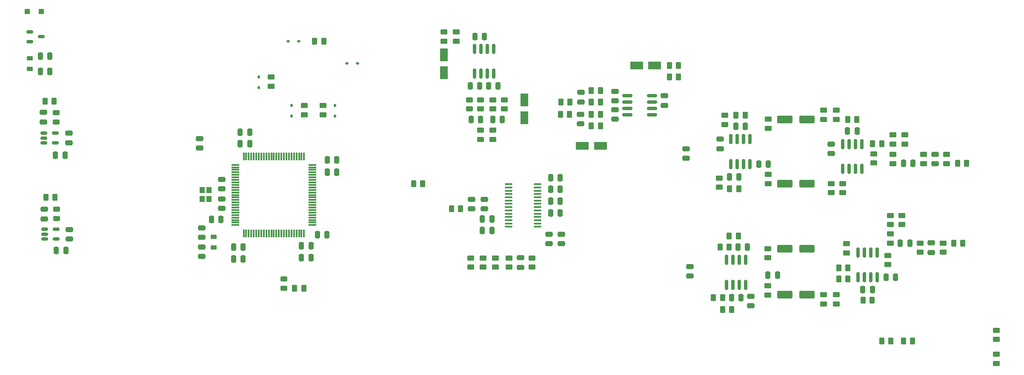
<source format=gbr>
%TF.GenerationSoftware,KiCad,Pcbnew,8.0.6-8.0.6-0~ubuntu22.04.1*%
%TF.CreationDate,2024-11-10T19:06:55-05:00*%
%TF.ProjectId,multi-band-equalizer,6d756c74-692d-4626-916e-642d65717561,rev?*%
%TF.SameCoordinates,Original*%
%TF.FileFunction,Paste,Top*%
%TF.FilePolarity,Positive*%
%FSLAX46Y46*%
G04 Gerber Fmt 4.6, Leading zero omitted, Abs format (unit mm)*
G04 Created by KiCad (PCBNEW 8.0.6-8.0.6-0~ubuntu22.04.1) date 2024-11-10 19:06:55*
%MOMM*%
%LPD*%
G01*
G04 APERTURE LIST*
G04 Aperture macros list*
%AMRoundRect*
0 Rectangle with rounded corners*
0 $1 Rounding radius*
0 $2 $3 $4 $5 $6 $7 $8 $9 X,Y pos of 4 corners*
0 Add a 4 corners polygon primitive as box body*
4,1,4,$2,$3,$4,$5,$6,$7,$8,$9,$2,$3,0*
0 Add four circle primitives for the rounded corners*
1,1,$1+$1,$2,$3*
1,1,$1+$1,$4,$5*
1,1,$1+$1,$6,$7*
1,1,$1+$1,$8,$9*
0 Add four rect primitives between the rounded corners*
20,1,$1+$1,$2,$3,$4,$5,0*
20,1,$1+$1,$4,$5,$6,$7,0*
20,1,$1+$1,$6,$7,$8,$9,0*
20,1,$1+$1,$8,$9,$2,$3,0*%
G04 Aperture macros list end*
%ADD10RoundRect,0.250000X0.262500X0.450000X-0.262500X0.450000X-0.262500X-0.450000X0.262500X-0.450000X0*%
%ADD11RoundRect,0.250000X0.450000X-0.262500X0.450000X0.262500X-0.450000X0.262500X-0.450000X-0.262500X0*%
%ADD12RoundRect,0.250000X-0.262500X-0.450000X0.262500X-0.450000X0.262500X0.450000X-0.262500X0.450000X0*%
%ADD13RoundRect,0.250000X0.250000X0.475000X-0.250000X0.475000X-0.250000X-0.475000X0.250000X-0.475000X0*%
%ADD14RoundRect,0.250000X-0.475000X0.250000X-0.475000X-0.250000X0.475000X-0.250000X0.475000X0.250000X0*%
%ADD15RoundRect,0.250000X-0.250000X-0.475000X0.250000X-0.475000X0.250000X0.475000X-0.250000X0.475000X0*%
%ADD16RoundRect,0.250000X-0.450000X0.262500X-0.450000X-0.262500X0.450000X-0.262500X0.450000X0.262500X0*%
%ADD17RoundRect,0.150000X0.150000X-0.825000X0.150000X0.825000X-0.150000X0.825000X-0.150000X-0.825000X0*%
%ADD18RoundRect,0.250000X0.475000X-0.250000X0.475000X0.250000X-0.475000X0.250000X-0.475000X-0.250000X0*%
%ADD19RoundRect,0.150000X-0.512500X-0.150000X0.512500X-0.150000X0.512500X0.150000X-0.512500X0.150000X0*%
%ADD20RoundRect,0.250000X-0.550000X1.050000X-0.550000X-1.050000X0.550000X-1.050000X0.550000X1.050000X0*%
%ADD21RoundRect,0.250000X-1.250000X-0.550000X1.250000X-0.550000X1.250000X0.550000X-1.250000X0.550000X0*%
%ADD22RoundRect,0.112500X0.187500X0.112500X-0.187500X0.112500X-0.187500X-0.112500X0.187500X-0.112500X0*%
%ADD23RoundRect,0.150000X-0.150000X0.825000X-0.150000X-0.825000X0.150000X-0.825000X0.150000X0.825000X0*%
%ADD24RoundRect,0.218750X-0.381250X0.218750X-0.381250X-0.218750X0.381250X-0.218750X0.381250X0.218750X0*%
%ADD25RoundRect,0.112500X-0.187500X-0.112500X0.187500X-0.112500X0.187500X0.112500X-0.187500X0.112500X0*%
%ADD26RoundRect,0.243750X-0.456250X0.243750X-0.456250X-0.243750X0.456250X-0.243750X0.456250X0.243750X0*%
%ADD27R,1.000000X1.150000*%
%ADD28RoundRect,0.112500X-0.112500X0.187500X-0.112500X-0.187500X0.112500X-0.187500X0.112500X0.187500X0*%
%ADD29RoundRect,0.250000X-1.050000X-0.550000X1.050000X-0.550000X1.050000X0.550000X-1.050000X0.550000X0*%
%ADD30RoundRect,0.243750X0.456250X-0.243750X0.456250X0.243750X-0.456250X0.243750X-0.456250X-0.243750X0*%
%ADD31RoundRect,0.250000X0.550000X-1.050000X0.550000X1.050000X-0.550000X1.050000X-0.550000X-1.050000X0*%
%ADD32RoundRect,0.150000X-0.825000X-0.150000X0.825000X-0.150000X0.825000X0.150000X-0.825000X0.150000X0*%
%ADD33RoundRect,0.075000X-0.725000X-0.075000X0.725000X-0.075000X0.725000X0.075000X-0.725000X0.075000X0*%
%ADD34RoundRect,0.075000X-0.075000X-0.725000X0.075000X-0.725000X0.075000X0.725000X-0.075000X0.725000X0*%
%ADD35RoundRect,0.100000X-0.637500X-0.100000X0.637500X-0.100000X0.637500X0.100000X-0.637500X0.100000X0*%
%ADD36RoundRect,0.250000X-0.300000X-0.300000X0.300000X-0.300000X0.300000X0.300000X-0.300000X0.300000X0*%
%ADD37RoundRect,0.250000X1.050000X0.550000X-1.050000X0.550000X-1.050000X-0.550000X1.050000X-0.550000X0*%
G04 APERTURE END LIST*
D10*
%TO.C,R18*%
X214652500Y-188162500D03*
X212827500Y-188162500D03*
%TD*%
D11*
%TO.C,R62*%
X371520000Y-206392500D03*
X371520000Y-204567500D03*
%TD*%
D12*
%TO.C,R10*%
X262487500Y-225430000D03*
X264312500Y-225430000D03*
%TD*%
D13*
%TO.C,C16*%
X301705000Y-213925000D03*
X299805000Y-213925000D03*
%TD*%
D11*
%TO.C,R8*%
X297505000Y-221225000D03*
X297505000Y-219400000D03*
%TD*%
D14*
%TO.C,C64*%
X340320000Y-197630000D03*
X340320000Y-199530000D03*
%TD*%
D13*
%TO.C,C7*%
X252230000Y-219630000D03*
X250330000Y-219630000D03*
%TD*%
D15*
%TO.C,C46*%
X380135000Y-223245000D03*
X382035000Y-223245000D03*
%TD*%
D11*
%TO.C,R72*%
X301910016Y-195782500D03*
X301910016Y-193957500D03*
%TD*%
D16*
%TO.C,R67*%
X348095000Y-190982500D03*
X348095000Y-192807500D03*
%TD*%
D15*
%TO.C,C30*%
X211890000Y-179240000D03*
X213790000Y-179240000D03*
%TD*%
D10*
%TO.C,R5*%
X295517500Y-209610000D03*
X293692500Y-209610000D03*
%TD*%
D14*
%TO.C,C79*%
X326220000Y-189835000D03*
X326220000Y-191735000D03*
%TD*%
D16*
%TO.C,R63*%
X356720000Y-202767500D03*
X356720000Y-204592500D03*
%TD*%
D17*
%TO.C,U9*%
X298310000Y-182685000D03*
X299580000Y-182685000D03*
X300850000Y-182685000D03*
X302120000Y-182685000D03*
X302120000Y-177735000D03*
X300850000Y-177735000D03*
X299580000Y-177735000D03*
X298310000Y-177735000D03*
%TD*%
D15*
%TO.C,C15*%
X313430000Y-208040000D03*
X315330000Y-208040000D03*
%TD*%
D11*
%TO.C,R35*%
X386955000Y-218270000D03*
X386955000Y-216445000D03*
%TD*%
%TO.C,R47*%
X369220000Y-206392500D03*
X369220000Y-204567500D03*
%TD*%
D18*
%TO.C,C1*%
X247947500Y-205625000D03*
X247947500Y-203725000D03*
%TD*%
D19*
%TO.C,Q1*%
X209790000Y-174400000D03*
X209790000Y-176300000D03*
X212065000Y-175350000D03*
%TD*%
D18*
%TO.C,C57*%
X341120000Y-222980000D03*
X341120000Y-221080000D03*
%TD*%
D14*
%TO.C,C76*%
X336020000Y-187085000D03*
X336020000Y-188985000D03*
%TD*%
D10*
%TO.C,R15*%
X381102500Y-235910000D03*
X379277500Y-235910000D03*
%TD*%
D11*
%TO.C,R39*%
X367720000Y-228542500D03*
X367720000Y-226717500D03*
%TD*%
D12*
%TO.C,R60*%
X349020000Y-205580000D03*
X350845000Y-205580000D03*
%TD*%
D20*
%TO.C,C74*%
X308170000Y-187910000D03*
X308170000Y-191510000D03*
%TD*%
D21*
%TO.C,C60*%
X360020000Y-226730000D03*
X364420000Y-226730000D03*
%TD*%
D14*
%TO.C,C28*%
X217665000Y-213712500D03*
X217665000Y-215612500D03*
%TD*%
D15*
%TO.C,C68*%
X297562508Y-191825000D03*
X299462508Y-191825000D03*
%TD*%
D14*
%TO.C,C56*%
X353220000Y-227030000D03*
X353220000Y-228930000D03*
%TD*%
D12*
%TO.C,R82*%
X337007500Y-183385000D03*
X338832500Y-183385000D03*
%TD*%
%TO.C,R80*%
X315345000Y-190802508D03*
X317170000Y-190802508D03*
%TD*%
D14*
%TO.C,C18*%
X297680000Y-207710000D03*
X297680000Y-209610000D03*
%TD*%
D15*
%TO.C,C29*%
X215077500Y-217912500D03*
X216977500Y-217912500D03*
%TD*%
D17*
%TO.C,U8*%
X349205000Y-200680000D03*
X350475000Y-200680000D03*
X351745000Y-200680000D03*
X353015000Y-200680000D03*
X353015000Y-195730000D03*
X351745000Y-195730000D03*
X350475000Y-195730000D03*
X349205000Y-195730000D03*
%TD*%
D13*
%TO.C,C61*%
X350870000Y-203280000D03*
X348970000Y-203280000D03*
%TD*%
D14*
%TO.C,C63*%
X347085000Y-195730000D03*
X347085000Y-197630000D03*
%TD*%
D11*
%TO.C,R43*%
X381470000Y-200592500D03*
X381470000Y-198767500D03*
%TD*%
D13*
%TO.C,C73*%
X303802508Y-191815000D03*
X301902508Y-191815000D03*
%TD*%
D12*
%TO.C,R76*%
X321495000Y-186022508D03*
X323320000Y-186022508D03*
%TD*%
D15*
%TO.C,C14*%
X313430000Y-210440000D03*
X315330000Y-210440000D03*
%TD*%
D16*
%TO.C,R4*%
X257840000Y-183375000D03*
X257840000Y-185200000D03*
%TD*%
D11*
%TO.C,R30*%
X380955000Y-212747500D03*
X380955000Y-210922500D03*
%TD*%
D18*
%TO.C,C52*%
X389870000Y-200630000D03*
X389870000Y-198730000D03*
%TD*%
D16*
%TO.C,R31*%
X383235000Y-210917500D03*
X383235000Y-212742500D03*
%TD*%
D13*
%TO.C,C10*%
X247850000Y-211675000D03*
X245950000Y-211675000D03*
%TD*%
D15*
%TO.C,C53*%
X372475000Y-194080000D03*
X374375000Y-194080000D03*
%TD*%
D19*
%TO.C,U3*%
X212777500Y-213700000D03*
X212777500Y-214650000D03*
X212777500Y-215600000D03*
X215052500Y-215600000D03*
X215052500Y-213700000D03*
%TD*%
D11*
%TO.C,R70*%
X299462508Y-189725000D03*
X299462508Y-187900000D03*
%TD*%
D21*
%TO.C,C62*%
X360020000Y-204580000D03*
X364420000Y-204580000D03*
%TD*%
D15*
%TO.C,C34*%
X214915000Y-198912500D03*
X216815000Y-198912500D03*
%TD*%
D22*
%TO.C,D2*%
X263315000Y-176237500D03*
X261215000Y-176237500D03*
%TD*%
D16*
%TO.C,R66*%
X356720000Y-191767500D03*
X356720000Y-193592500D03*
%TD*%
D14*
%TO.C,C2*%
X247947500Y-207625000D03*
X247947500Y-209525000D03*
%TD*%
D11*
%TO.C,R71*%
X292215000Y-176222500D03*
X292215000Y-174397500D03*
%TD*%
%TO.C,R41*%
X381470000Y-196692500D03*
X381470000Y-194867500D03*
%TD*%
D16*
%TO.C,R3*%
X268102500Y-189025000D03*
X268102500Y-190850000D03*
%TD*%
D13*
%TO.C,C49*%
X377415000Y-225700000D03*
X375515000Y-225700000D03*
%TD*%
D12*
%TO.C,R16*%
X383607500Y-235920000D03*
X385432500Y-235920000D03*
%TD*%
D23*
%TO.C,U7*%
X352225000Y-219780000D03*
X350955000Y-219780000D03*
X349685000Y-219780000D03*
X348415000Y-219780000D03*
X348415000Y-224730000D03*
X349685000Y-224730000D03*
X350955000Y-224730000D03*
X352225000Y-224730000D03*
%TD*%
D24*
%TO.C,FB1*%
X246340000Y-215187500D03*
X246340000Y-217312500D03*
%TD*%
D12*
%TO.C,R49*%
X377457500Y-196680000D03*
X379282500Y-196680000D03*
%TD*%
D16*
%TO.C,R2*%
X264365000Y-189025000D03*
X264365000Y-190850000D03*
%TD*%
D14*
%TO.C,C33*%
X217590000Y-194562500D03*
X217590000Y-196462500D03*
%TD*%
%TO.C,C48*%
X389155000Y-216407500D03*
X389155000Y-218307500D03*
%TD*%
D11*
%TO.C,R17*%
X402080000Y-235632500D03*
X402080000Y-233807500D03*
%TD*%
%TO.C,R75*%
X304210016Y-189727500D03*
X304210016Y-187902500D03*
%TD*%
D25*
%TO.C,D1*%
X272912500Y-180610000D03*
X275012500Y-180610000D03*
%TD*%
D13*
%TO.C,C17*%
X301705000Y-211625000D03*
X299805000Y-211625000D03*
%TD*%
D16*
%TO.C,R9*%
X309705000Y-219387500D03*
X309705000Y-221212500D03*
%TD*%
%TO.C,R48*%
X377670000Y-198667500D03*
X377670000Y-200492500D03*
%TD*%
D10*
%TO.C,R40*%
X377377500Y-227800000D03*
X375552500Y-227800000D03*
%TD*%
D13*
%TO.C,C47*%
X384855000Y-216445000D03*
X382955000Y-216445000D03*
%TD*%
D26*
%TO.C,D9*%
X215040000Y-190487500D03*
X215040000Y-192362500D03*
%TD*%
D13*
%TO.C,C65*%
X356720000Y-200680000D03*
X354820000Y-200680000D03*
%TD*%
D15*
%TO.C,C26*%
X268940000Y-202350000D03*
X270840000Y-202350000D03*
%TD*%
D11*
%TO.C,R65*%
X370225000Y-191792500D03*
X370225000Y-189967500D03*
%TD*%
D12*
%TO.C,R51*%
X372512500Y-191805000D03*
X374337500Y-191805000D03*
%TD*%
D10*
%TO.C,R33*%
X395417500Y-216445000D03*
X393592500Y-216445000D03*
%TD*%
D16*
%TO.C,R14*%
X402080000Y-238587500D03*
X402080000Y-240412500D03*
%TD*%
D14*
%TO.C,C22*%
X315520000Y-214640000D03*
X315520000Y-216540000D03*
%TD*%
D27*
%TO.C,Y1*%
X244047500Y-205875000D03*
X244047500Y-207625000D03*
X245447500Y-207625000D03*
X245447500Y-205875000D03*
%TD*%
D12*
%TO.C,R77*%
X315445000Y-188322508D03*
X317270000Y-188322508D03*
%TD*%
D28*
%TO.C,D5*%
X255315000Y-183387500D03*
X255315000Y-185487500D03*
%TD*%
D13*
%TO.C,C66*%
X352120000Y-193180000D03*
X350220000Y-193180000D03*
%TD*%
D16*
%TO.C,R50*%
X367725000Y-189967500D03*
X367725000Y-191792500D03*
%TD*%
D12*
%TO.C,R83*%
X321487500Y-193102508D03*
X323312500Y-193102508D03*
%TD*%
D18*
%TO.C,C13*%
X243565000Y-197500000D03*
X243565000Y-195600000D03*
%TD*%
D26*
%TO.C,D7*%
X215102500Y-209675000D03*
X215102500Y-211550000D03*
%TD*%
D11*
%TO.C,R34*%
X391455000Y-218270000D03*
X391455000Y-216445000D03*
%TD*%
D28*
%TO.C,D3*%
X261840000Y-189025000D03*
X261840000Y-191125000D03*
%TD*%
D14*
%TO.C,C21*%
X313120000Y-214640000D03*
X313120000Y-216540000D03*
%TD*%
D11*
%TO.C,R73*%
X301910016Y-189722500D03*
X301910016Y-187897500D03*
%TD*%
D15*
%TO.C,C3*%
X251640000Y-194350000D03*
X253540000Y-194350000D03*
%TD*%
D21*
%TO.C,C67*%
X360020000Y-191780000D03*
X364420000Y-191780000D03*
%TD*%
D11*
%TO.C,R32*%
X380955000Y-216447500D03*
X380955000Y-214622500D03*
%TD*%
D13*
%TO.C,C24*%
X315330000Y-203440000D03*
X313430000Y-203440000D03*
%TD*%
D11*
%TO.C,R61*%
X346935000Y-205317500D03*
X346935000Y-203492500D03*
%TD*%
%TO.C,R68*%
X297272508Y-189717500D03*
X297272508Y-187892500D03*
%TD*%
D15*
%TO.C,C58*%
X356620000Y-222830000D03*
X358520000Y-222830000D03*
%TD*%
D14*
%TO.C,C12*%
X243990000Y-217225000D03*
X243990000Y-219125000D03*
%TD*%
D11*
%TO.C,R55*%
X356620000Y-219342500D03*
X356620000Y-217517500D03*
%TD*%
D19*
%TO.C,U4*%
X212627500Y-194562500D03*
X212627500Y-195512500D03*
X212627500Y-196462500D03*
X214902500Y-196462500D03*
X214902500Y-194562500D03*
%TD*%
D11*
%TO.C,R37*%
X380490000Y-220732500D03*
X380490000Y-218907500D03*
%TD*%
D12*
%TO.C,R81*%
X321487500Y-190802508D03*
X323312500Y-190802508D03*
%TD*%
D14*
%TO.C,C19*%
X300180000Y-207710000D03*
X300180000Y-209610000D03*
%TD*%
D11*
%TO.C,R38*%
X372295000Y-218377500D03*
X372295000Y-216552500D03*
%TD*%
D10*
%TO.C,R44*%
X396182500Y-200580000D03*
X394357500Y-200580000D03*
%TD*%
D11*
%TO.C,R74*%
X294615000Y-176222500D03*
X294615000Y-174397500D03*
%TD*%
D13*
%TO.C,C70*%
X299315000Y-185110000D03*
X297415000Y-185110000D03*
%TD*%
D12*
%TO.C,R79*%
X337007500Y-181085000D03*
X338832500Y-181085000D03*
%TD*%
D29*
%TO.C,C78*%
X330520000Y-181085000D03*
X334120000Y-181085000D03*
%TD*%
D15*
%TO.C,C72*%
X301065000Y-185110000D03*
X302965000Y-185110000D03*
%TD*%
D13*
%TO.C,C23*%
X315330000Y-205740000D03*
X313430000Y-205740000D03*
%TD*%
D18*
%TO.C,C77*%
X326220000Y-188135000D03*
X326220000Y-186235000D03*
%TD*%
D10*
%TO.C,R13*%
X214815000Y-207312500D03*
X212990000Y-207312500D03*
%TD*%
D18*
%TO.C,C11*%
X244015000Y-215300000D03*
X244015000Y-213400000D03*
%TD*%
D16*
%TO.C,R57*%
X370220000Y-226717500D03*
X370220000Y-228542500D03*
%TD*%
D30*
%TO.C,D6*%
X260350000Y-225427500D03*
X260350000Y-223552500D03*
%TD*%
D13*
%TO.C,C51*%
X385520000Y-200580000D03*
X383620000Y-200580000D03*
%TD*%
D16*
%TO.C,R45*%
X392170000Y-198767500D03*
X392170000Y-200592500D03*
%TD*%
D13*
%TO.C,C4*%
X265750000Y-216960000D03*
X263850000Y-216960000D03*
%TD*%
D15*
%TO.C,C69*%
X298320000Y-175310000D03*
X300220000Y-175310000D03*
%TD*%
D16*
%TO.C,R42*%
X383870000Y-194867500D03*
X383870000Y-196692500D03*
%TD*%
D31*
%TO.C,C71*%
X292215000Y-182510000D03*
X292215000Y-178910000D03*
%TD*%
D11*
%TO.C,R7*%
X300005000Y-221237500D03*
X300005000Y-219412500D03*
%TD*%
D12*
%TO.C,R78*%
X321495000Y-188322508D03*
X323320000Y-188322508D03*
%TD*%
D15*
%TO.C,C31*%
X211890000Y-182250000D03*
X213790000Y-182250000D03*
%TD*%
D18*
%TO.C,C80*%
X319347500Y-192702508D03*
X319347500Y-190802508D03*
%TD*%
D12*
%TO.C,R54*%
X370732500Y-223550000D03*
X372557500Y-223550000D03*
%TD*%
%TO.C,R59*%
X347607500Y-229630000D03*
X349432500Y-229630000D03*
%TD*%
D13*
%TO.C,C5*%
X265750000Y-219360000D03*
X263850000Y-219360000D03*
%TD*%
D15*
%TO.C,C8*%
X268940000Y-199850000D03*
X270840000Y-199850000D03*
%TD*%
D14*
%TO.C,C50*%
X369220000Y-196730000D03*
X369220000Y-198630000D03*
%TD*%
D23*
%TO.C,U5*%
X378345000Y-218295000D03*
X377075000Y-218295000D03*
X375805000Y-218295000D03*
X374535000Y-218295000D03*
X374535000Y-223245000D03*
X375805000Y-223245000D03*
X377075000Y-223245000D03*
X378345000Y-223245000D03*
%TD*%
D15*
%TO.C,C9*%
X251640000Y-196650000D03*
X253540000Y-196650000D03*
%TD*%
D13*
%TO.C,C6*%
X252230000Y-217230000D03*
X250330000Y-217230000D03*
%TD*%
D32*
%TO.C,U10*%
X328645000Y-187080000D03*
X328645000Y-188350000D03*
X328645000Y-189620000D03*
X328645000Y-190890000D03*
X333595000Y-190890000D03*
X333595000Y-189620000D03*
X333595000Y-188350000D03*
X333595000Y-187080000D03*
%TD*%
D18*
%TO.C,C32*%
X212540000Y-192312500D03*
X212540000Y-190412500D03*
%TD*%
D33*
%TO.C,U2*%
X250672500Y-200850000D03*
X250672500Y-201350000D03*
X250672500Y-201850000D03*
X250672500Y-202350000D03*
X250672500Y-202850000D03*
X250672500Y-203350000D03*
X250672500Y-203850000D03*
X250672500Y-204350000D03*
X250672500Y-204850000D03*
X250672500Y-205350000D03*
X250672500Y-205850000D03*
X250672500Y-206350000D03*
X250672500Y-206850000D03*
X250672500Y-207350000D03*
X250672500Y-207850000D03*
X250672500Y-208350000D03*
X250672500Y-208850000D03*
X250672500Y-209350000D03*
X250672500Y-209850000D03*
X250672500Y-210350000D03*
X250672500Y-210850000D03*
X250672500Y-211350000D03*
X250672500Y-211850000D03*
X250672500Y-212350000D03*
X250672500Y-212850000D03*
D34*
X252347500Y-214525000D03*
X252847500Y-214525000D03*
X253347500Y-214525000D03*
X253847500Y-214525000D03*
X254347500Y-214525000D03*
X254847500Y-214525000D03*
X255347500Y-214525000D03*
X255847500Y-214525000D03*
X256347500Y-214525000D03*
X256847500Y-214525000D03*
X257347500Y-214525000D03*
X257847500Y-214525000D03*
X258347500Y-214525000D03*
X258847500Y-214525000D03*
X259347500Y-214525000D03*
X259847500Y-214525000D03*
X260347500Y-214525000D03*
X260847500Y-214525000D03*
X261347500Y-214525000D03*
X261847500Y-214525000D03*
X262347500Y-214525000D03*
X262847500Y-214525000D03*
X263347500Y-214525000D03*
X263847500Y-214525000D03*
X264347500Y-214525000D03*
D33*
X266022500Y-212850000D03*
X266022500Y-212350000D03*
X266022500Y-211850000D03*
X266022500Y-211350000D03*
X266022500Y-210850000D03*
X266022500Y-210350000D03*
X266022500Y-209850000D03*
X266022500Y-209350000D03*
X266022500Y-208850000D03*
X266022500Y-208350000D03*
X266022500Y-207850000D03*
X266022500Y-207350000D03*
X266022500Y-206850000D03*
X266022500Y-206350000D03*
X266022500Y-205850000D03*
X266022500Y-205350000D03*
X266022500Y-204850000D03*
X266022500Y-204350000D03*
X266022500Y-203850000D03*
X266022500Y-203350000D03*
X266022500Y-202850000D03*
X266022500Y-202350000D03*
X266022500Y-201850000D03*
X266022500Y-201350000D03*
X266022500Y-200850000D03*
D34*
X264347500Y-199175000D03*
X263847500Y-199175000D03*
X263347500Y-199175000D03*
X262847500Y-199175000D03*
X262347500Y-199175000D03*
X261847500Y-199175000D03*
X261347500Y-199175000D03*
X260847500Y-199175000D03*
X260347500Y-199175000D03*
X259847500Y-199175000D03*
X259347500Y-199175000D03*
X258847500Y-199175000D03*
X258347500Y-199175000D03*
X257847500Y-199175000D03*
X257347500Y-199175000D03*
X256847500Y-199175000D03*
X256347500Y-199175000D03*
X255847500Y-199175000D03*
X255347500Y-199175000D03*
X254847500Y-199175000D03*
X254347500Y-199175000D03*
X253847500Y-199175000D03*
X253347500Y-199175000D03*
X252847500Y-199175000D03*
X252347500Y-199175000D03*
%TD*%
D16*
%TO.C,R46*%
X387570000Y-198767500D03*
X387570000Y-200592500D03*
%TD*%
D24*
%TO.C,FB2*%
X209790000Y-179587500D03*
X209790000Y-181712500D03*
%TD*%
D35*
%TO.C,U1*%
X305085000Y-204725000D03*
X305085000Y-205375000D03*
X305085000Y-206025000D03*
X305085000Y-206675000D03*
X305085000Y-207325000D03*
X305085000Y-207975000D03*
X305085000Y-208625000D03*
X305085000Y-209275000D03*
X305085000Y-209925000D03*
X305085000Y-210575000D03*
X305085000Y-211225000D03*
X305085000Y-211875000D03*
X305085000Y-212525000D03*
X305085000Y-213175000D03*
X310810000Y-213175000D03*
X310810000Y-212525000D03*
X310810000Y-211875000D03*
X310810000Y-211225000D03*
X310810000Y-210575000D03*
X310810000Y-209925000D03*
X310810000Y-209275000D03*
X310810000Y-208625000D03*
X310810000Y-207975000D03*
X310810000Y-207325000D03*
X310810000Y-206675000D03*
X310810000Y-206025000D03*
X310810000Y-205375000D03*
X310810000Y-204725000D03*
%TD*%
D12*
%TO.C,R64*%
X350292500Y-190985000D03*
X352117500Y-190985000D03*
%TD*%
D11*
%TO.C,R58*%
X356620000Y-226755000D03*
X356620000Y-224930000D03*
%TD*%
D15*
%TO.C,C59*%
X349370000Y-227330000D03*
X351270000Y-227330000D03*
%TD*%
D11*
%TO.C,R6*%
X305105000Y-221212500D03*
X305105000Y-219387500D03*
%TD*%
D12*
%TO.C,R53*%
X348907500Y-215030000D03*
X350732500Y-215030000D03*
%TD*%
%TO.C,R52*%
X347095000Y-217230000D03*
X348920000Y-217230000D03*
%TD*%
D36*
%TO.C,D8*%
X209270000Y-170300000D03*
X212070000Y-170300000D03*
%TD*%
D16*
%TO.C,R11*%
X302405000Y-219400000D03*
X302405000Y-221225000D03*
%TD*%
D15*
%TO.C,C25*%
X266997500Y-214775000D03*
X268897500Y-214775000D03*
%TD*%
D12*
%TO.C,R36*%
X370732500Y-221350000D03*
X372557500Y-221350000D03*
%TD*%
D28*
%TO.C,D4*%
X270490000Y-189025000D03*
X270490000Y-191125000D03*
%TD*%
D14*
%TO.C,C75*%
X319407500Y-186422508D03*
X319407500Y-188322508D03*
%TD*%
D15*
%TO.C,C54*%
X350682500Y-217230000D03*
X352582500Y-217230000D03*
%TD*%
D18*
%TO.C,C27*%
X212702500Y-211612500D03*
X212702500Y-209712500D03*
%TD*%
D12*
%TO.C,R1*%
X266452500Y-176237500D03*
X268277500Y-176237500D03*
%TD*%
D14*
%TO.C,C20*%
X307405000Y-219350000D03*
X307405000Y-221250000D03*
%TD*%
D12*
%TO.C,R56*%
X345807500Y-227330000D03*
X347632500Y-227330000D03*
%TD*%
D37*
%TO.C,C81*%
X323320000Y-197090000D03*
X319720000Y-197090000D03*
%TD*%
D11*
%TO.C,R69*%
X299470016Y-195787500D03*
X299470016Y-193962500D03*
%TD*%
D12*
%TO.C,R12*%
X286157500Y-204625000D03*
X287982500Y-204625000D03*
%TD*%
D21*
%TO.C,C55*%
X360020000Y-217530000D03*
X364420000Y-217530000D03*
%TD*%
D17*
%TO.C,U6*%
X371515000Y-201655000D03*
X372785000Y-201655000D03*
X374055000Y-201655000D03*
X375325000Y-201655000D03*
X375325000Y-196705000D03*
X374055000Y-196705000D03*
X372785000Y-196705000D03*
X371515000Y-196705000D03*
%TD*%
M02*

</source>
